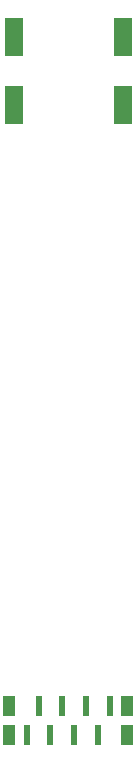
<source format=gtp>
G04 #@! TF.GenerationSoftware,KiCad,Pcbnew,(5.1.9)-1*
G04 #@! TF.CreationDate,2023-01-31T21:02:21+01:00*
G04 #@! TF.ProjectId,Base,42617365-2e6b-4696-9361-645f70636258,rev?*
G04 #@! TF.SameCoordinates,PXd59f80PYd59f80*
G04 #@! TF.FileFunction,Paste,Top*
G04 #@! TF.FilePolarity,Positive*
%FSLAX46Y46*%
G04 Gerber Fmt 4.6, Leading zero omitted, Abs format (unit mm)*
G04 Created by KiCad (PCBNEW (5.1.9)-1) date 2023-01-31 21:02:21*
%MOMM*%
%LPD*%
G01*
G04 APERTURE LIST*
%ADD10R,1.600000X3.200000*%
%ADD11R,1.000000X1.800000*%
%ADD12R,0.600000X1.800000*%
G04 APERTURE END LIST*
D10*
X24400000Y-18900000D03*
X24400000Y-13100000D03*
X15200000Y-18900000D03*
X15200000Y-13100000D03*
D11*
X14800000Y-69750000D03*
X24800000Y-72250000D03*
X24800000Y-69750000D03*
X14800000Y-72250000D03*
D12*
X20300000Y-72250000D03*
X21300000Y-69750000D03*
X18300000Y-72250000D03*
X19300000Y-69750000D03*
X17300000Y-69750000D03*
X16300000Y-72250000D03*
X23300000Y-69750000D03*
X22300000Y-72250000D03*
M02*

</source>
